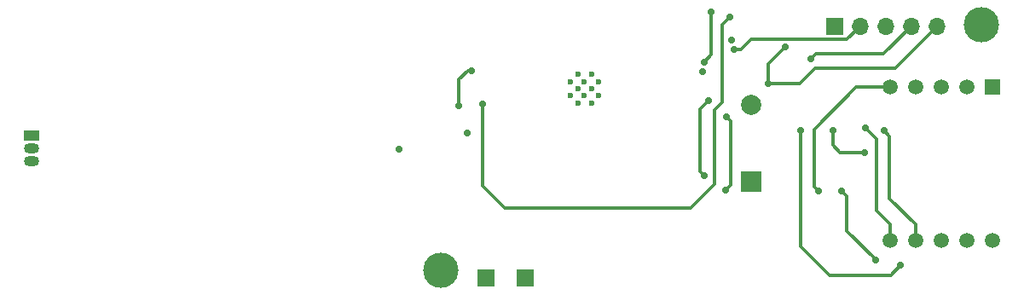
<source format=gbr>
%TF.GenerationSoftware,KiCad,Pcbnew,8.0.2*%
%TF.CreationDate,2024-05-19T20:09:33-03:00*%
%TF.ProjectId,Diseno1,44697365-6e6f-4312-9e6b-696361645f70,01*%
%TF.SameCoordinates,Original*%
%TF.FileFunction,Copper,L4,Bot*%
%TF.FilePolarity,Positive*%
%FSLAX46Y46*%
G04 Gerber Fmt 4.6, Leading zero omitted, Abs format (unit mm)*
G04 Created by KiCad (PCBNEW 8.0.2) date 2024-05-19 20:09:33*
%MOMM*%
%LPD*%
G01*
G04 APERTURE LIST*
%TA.AperFunction,ComponentPad*%
%ADD10R,1.700000X1.700000*%
%TD*%
%TA.AperFunction,ComponentPad*%
%ADD11R,1.500000X1.500000*%
%TD*%
%TA.AperFunction,ComponentPad*%
%ADD12C,1.500000*%
%TD*%
%TA.AperFunction,ComponentPad*%
%ADD13O,1.700000X1.700000*%
%TD*%
%TA.AperFunction,ComponentPad*%
%ADD14C,3.500000*%
%TD*%
%TA.AperFunction,ComponentPad*%
%ADD15R,1.500000X1.050000*%
%TD*%
%TA.AperFunction,ComponentPad*%
%ADD16O,1.500000X1.050000*%
%TD*%
%TA.AperFunction,HeatsinkPad*%
%ADD17C,0.600000*%
%TD*%
%TA.AperFunction,ComponentPad*%
%ADD18R,2.000000X2.000000*%
%TD*%
%TA.AperFunction,ComponentPad*%
%ADD19C,2.000000*%
%TD*%
%TA.AperFunction,ViaPad*%
%ADD20C,0.700000*%
%TD*%
%TA.AperFunction,Conductor*%
%ADD21C,0.300000*%
%TD*%
G04 APERTURE END LIST*
D10*
%TO.P,J2,1,Pin_1*%
%TO.N,Net-(J2-Pin_1)*%
X79590000Y-113170000D03*
%TD*%
D11*
%TO.P,U7,1,D*%
%TO.N,Net-(U7-D)*%
X129861014Y-94183463D03*
D12*
%TO.P,U7,2,DP*%
%TO.N,Net-(U7-DP)*%
X127321014Y-94183463D03*
%TO.P,U7,3,E*%
%TO.N,Net-(U7-E)*%
X124781014Y-94183463D03*
%TO.P,U7,4,C*%
%TO.N,Net-(U7-C)*%
X122241014Y-94183463D03*
%TO.P,U7,5,DIG2*%
%TO.N,Net-(U7-DIG2)*%
X119701014Y-94183463D03*
%TO.P,U7,6,B*%
%TO.N,Net-(U7-B)*%
X119701014Y-109423000D03*
%TO.P,U7,7,A*%
%TO.N,Net-(U7-A)*%
X122241014Y-109423000D03*
%TO.P,U7,8,F*%
%TO.N,Net-(U7-F)*%
X124781014Y-109423000D03*
%TO.P,U7,9,G*%
%TO.N,Net-(U7-G)*%
X127321014Y-109423000D03*
%TO.P,U7,10,DIG1*%
%TO.N,Net-(U7-DIG1)*%
X129861014Y-109423000D03*
%TD*%
D10*
%TO.P,J1,1,Pin_1*%
%TO.N,/ESPRX2FTDI*%
X114190000Y-88140000D03*
D13*
%TO.P,J1,2,Pin_2*%
%TO.N,/ESPTX2FTDI*%
X116730000Y-88140000D03*
%TO.P,J1,3,Pin_3*%
%TO.N,GND*%
X119270000Y-88140000D03*
%TO.P,J1,4,Pin_4*%
%TO.N,/U0RTS*%
X121810000Y-88140000D03*
%TO.P,J1,5,Pin_5*%
%TO.N,/U0DTR*%
X124350000Y-88140000D03*
%TD*%
D14*
%TO.P,H2,1,1*%
%TO.N,Net-(J2-Pin_1)*%
X75140000Y-112400000D03*
%TD*%
D10*
%TO.P,J3,1,Pin_1*%
%TO.N,GND*%
X83510000Y-113190000D03*
%TD*%
D15*
%TO.P,U1,1,+V_{S}*%
%TO.N,+5V*%
X34500000Y-99000000D03*
D16*
%TO.P,U1,2,V_{OUT}*%
%TO.N,Net-(U1-V_{OUT})*%
X34500000Y-100270000D03*
%TO.P,U1,3,GND*%
%TO.N,GND*%
X34500000Y-101540000D03*
%TD*%
D14*
%TO.P,H1,1,1*%
%TO.N,GND*%
X128810000Y-88000000D03*
%TD*%
D17*
%TO.P,U5,39,GND*%
%TO.N,GND*%
X87990000Y-93660000D03*
X87990000Y-95060000D03*
X88690000Y-92960000D03*
X88690000Y-94360000D03*
X88690000Y-95760000D03*
X89365000Y-93660000D03*
X89365000Y-95060000D03*
X90090000Y-92960000D03*
X90090000Y-94360000D03*
X90090000Y-95760000D03*
X90790000Y-93660000D03*
X90790000Y-95060000D03*
%TD*%
D18*
%TO.P,BZ1,1,+*%
%TO.N,Net-(BZ1-+)*%
X105940000Y-103600000D03*
D19*
%TO.P,BZ1,2,-*%
%TO.N,GND*%
X105940000Y-96000000D03*
%TD*%
D20*
%TO.N,GND*%
X70990000Y-100340000D03*
X101070000Y-92660000D03*
X103970000Y-89550000D03*
X77750000Y-98750000D03*
%TO.N,/EN*%
X79290000Y-95860000D03*
X103800000Y-87240000D03*
%TO.N,/BOOT*%
X101250000Y-103010000D03*
X101670000Y-95550000D03*
%TO.N,/U0DTR*%
X107590000Y-93840000D03*
X109320000Y-90190000D03*
%TO.N,/U0RTS*%
X111860000Y-91400000D03*
%TO.N,/GATEQ3*%
X103350000Y-104400000D03*
X103460000Y-97160000D03*
%TO.N,/SENSOR_VN*%
X78130000Y-92540000D03*
X76870000Y-96020000D03*
%TO.N,/ESPTX2FTDI*%
X104230000Y-90450000D03*
%TO.N,/ESPRX2FTDI*%
X101270000Y-91700000D03*
X101970000Y-86780000D03*
%TO.N,Net-(U7-DIG1)*%
X118280000Y-111410000D03*
X114930000Y-104550000D03*
%TO.N,Net-(U7-F)*%
X114025000Y-98475000D03*
X117190000Y-100675000D03*
%TO.N,Net-(U7-DIG2)*%
X112580000Y-104510000D03*
%TO.N,Net-(U7-B)*%
X117230000Y-98220000D03*
%TO.N,Net-(U7-A)*%
X119100000Y-98530000D03*
%TO.N,Net-(U7-G)*%
X110870000Y-98470000D03*
X120770000Y-111870000D03*
%TD*%
D21*
%TO.N,/U0DTR*%
X107590000Y-91920000D02*
X107590000Y-93840000D01*
X109320000Y-90190000D02*
X107590000Y-91920000D01*
%TO.N,/EN*%
X79290000Y-96720050D02*
X79290000Y-95860000D01*
X103000000Y-88040000D02*
X103000000Y-95750000D01*
X79280000Y-103970000D02*
X79280000Y-96730050D01*
X79280000Y-96730050D02*
X79290000Y-96720050D01*
X103680000Y-87360000D02*
X103800000Y-87240000D01*
X103000000Y-95750000D02*
X102260000Y-96490000D01*
X81490000Y-106180000D02*
X79280000Y-103970000D01*
X99880000Y-106180000D02*
X81490000Y-106180000D01*
X102260000Y-96490000D02*
X102260000Y-103800000D01*
X102260000Y-103800000D02*
X99880000Y-106180000D01*
X103800000Y-87240000D02*
X103000000Y-88040000D01*
%TO.N,/BOOT*%
X100800000Y-96420000D02*
X100800000Y-102560000D01*
X101670000Y-95550000D02*
X100800000Y-96420000D01*
X100800000Y-102560000D02*
X101250000Y-103010000D01*
%TO.N,/U0DTR*%
X124350000Y-88140000D02*
X120200000Y-92290000D01*
X120200000Y-92290000D02*
X112260000Y-92290000D01*
X107590000Y-93840000D02*
X110710000Y-93840000D01*
X110710000Y-93840000D02*
X112260000Y-92290000D01*
%TO.N,/U0RTS*%
X121810000Y-88140000D02*
X119040000Y-90910000D01*
X119040000Y-90910000D02*
X112350000Y-90910000D01*
X112350000Y-90910000D02*
X111860000Y-91400000D01*
%TO.N,/GATEQ3*%
X103350000Y-104400000D02*
X103860000Y-103890000D01*
X103860000Y-97560000D02*
X103460000Y-97160000D01*
X103860000Y-103890000D02*
X103860000Y-97560000D01*
%TO.N,/SENSOR_VN*%
X76870000Y-93440000D02*
X77770000Y-92540000D01*
X77770000Y-92540000D02*
X78130000Y-92540000D01*
X76870000Y-96020000D02*
X76870000Y-93440000D01*
%TO.N,/ESPTX2FTDI*%
X104930000Y-90450000D02*
X105890000Y-89490000D01*
X104230000Y-90450000D02*
X104930000Y-90450000D01*
X115380000Y-89490000D02*
X116730000Y-88140000D01*
X105890000Y-89490000D02*
X115380000Y-89490000D01*
%TO.N,/ESPRX2FTDI*%
X101960000Y-86790000D02*
X101960000Y-91010000D01*
X101960000Y-91010000D02*
X101270000Y-91700000D01*
X101960000Y-86790000D02*
X101970000Y-86780000D01*
%TO.N,Net-(U7-DIG1)*%
X115430000Y-108480000D02*
X118280000Y-111330000D01*
X115430000Y-105050000D02*
X115430000Y-108480000D01*
X118280000Y-111330000D02*
X118280000Y-111410000D01*
X114930000Y-104550000D02*
X115430000Y-105050000D01*
%TO.N,Net-(U7-F)*%
X114765000Y-100675000D02*
X114025000Y-99935000D01*
X117190000Y-100675000D02*
X114765000Y-100675000D01*
X114025000Y-99935000D02*
X114025000Y-98475000D01*
%TO.N,Net-(U7-DIG2)*%
X112150000Y-104080000D02*
X112150000Y-98400000D01*
X112580000Y-104510000D02*
X112150000Y-104080000D01*
X116366537Y-94183463D02*
X119701014Y-94183463D01*
X112150000Y-98400000D02*
X116366537Y-94183463D01*
%TO.N,Net-(U7-B)*%
X117230000Y-98220000D02*
X118363510Y-99353510D01*
X119701014Y-107781014D02*
X119701014Y-109423000D01*
X118363510Y-99353510D02*
X118363510Y-106443510D01*
X118363510Y-106443510D02*
X119701014Y-107781014D01*
%TO.N,Net-(U7-A)*%
X119675000Y-99105000D02*
X119675000Y-105266986D01*
X122241014Y-107833000D02*
X122241014Y-109423000D01*
X119675000Y-105266986D02*
X122241014Y-107833000D01*
X119100000Y-98530000D02*
X119675000Y-99105000D01*
%TO.N,Net-(U7-G)*%
X119765000Y-112875000D02*
X113700000Y-112875000D01*
X120770000Y-111870000D02*
X119765000Y-112875000D01*
X113700000Y-112875000D02*
X110870000Y-110045000D01*
X110870000Y-110045000D02*
X110870000Y-98470000D01*
%TD*%
M02*

</source>
